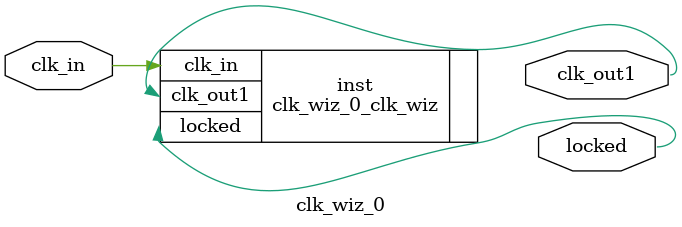
<source format=v>


`timescale 1ps/1ps

(* CORE_GENERATION_INFO = "clk_wiz_0,clk_wiz_v5_4_1_0,{component_name=clk_wiz_0,use_phase_alignment=true,use_min_o_jitter=false,use_max_i_jitter=false,use_dyn_phase_shift=false,use_inclk_switchover=false,use_dyn_reconfig=false,enable_axi=0,feedback_source=FDBK_AUTO,PRIMITIVE=MMCM,num_out_clk=1,clkin1_period=10.000,clkin2_period=10.000,use_power_down=false,use_reset=false,use_locked=true,use_inclk_stopped=false,feedback_type=SINGLE,CLOCK_MGR_TYPE=NA,manual_override=false}" *)

module clk_wiz_0 
 (
  // Clock out ports
  output        clk_out1,
  // Status and control signals
  output        locked,
 // Clock in ports
  input         clk_in
 );

  clk_wiz_0_clk_wiz inst
  (
  // Clock out ports  
  .clk_out1(clk_out1),
  // Status and control signals               
  .locked(locked),
 // Clock in ports
  .clk_in(clk_in)
  );

endmodule

</source>
